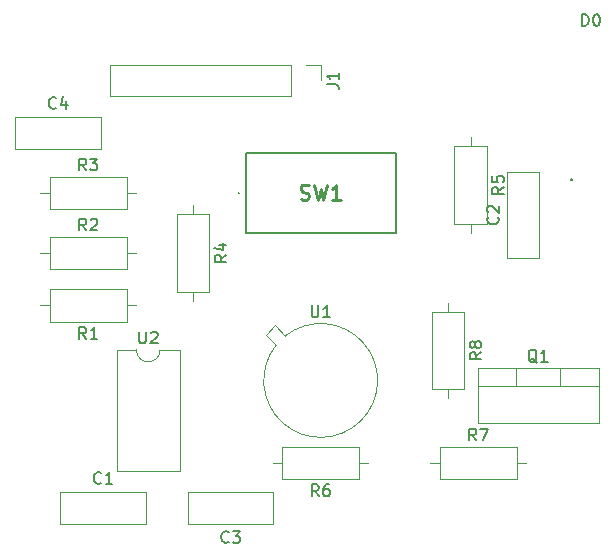
<source format=gbr>
%TF.GenerationSoftware,KiCad,Pcbnew,7.0.9*%
%TF.CreationDate,2023-12-06T14:48:21+01:00*%
%TF.ProjectId,Gas_Sensor,4761735f-5365-46e7-936f-722e6b696361,rev?*%
%TF.SameCoordinates,Original*%
%TF.FileFunction,Legend,Top*%
%TF.FilePolarity,Positive*%
%FSLAX46Y46*%
G04 Gerber Fmt 4.6, Leading zero omitted, Abs format (unit mm)*
G04 Created by KiCad (PCBNEW 7.0.9) date 2023-12-06 14:48:21*
%MOMM*%
%LPD*%
G01*
G04 APERTURE LIST*
%ADD10C,0.150000*%
%ADD11C,0.254000*%
%ADD12C,0.120000*%
%ADD13C,0.100000*%
%ADD14C,0.200000*%
G04 APERTURE END LIST*
D10*
X68458095Y-45069819D02*
X68458095Y-45879342D01*
X68458095Y-45879342D02*
X68505714Y-45974580D01*
X68505714Y-45974580D02*
X68553333Y-46022200D01*
X68553333Y-46022200D02*
X68648571Y-46069819D01*
X68648571Y-46069819D02*
X68839047Y-46069819D01*
X68839047Y-46069819D02*
X68934285Y-46022200D01*
X68934285Y-46022200D02*
X68981904Y-45974580D01*
X68981904Y-45974580D02*
X69029523Y-45879342D01*
X69029523Y-45879342D02*
X69029523Y-45069819D01*
X70029523Y-46069819D02*
X69458095Y-46069819D01*
X69743809Y-46069819D02*
X69743809Y-45069819D01*
X69743809Y-45069819D02*
X69648571Y-45212676D01*
X69648571Y-45212676D02*
X69553333Y-45307914D01*
X69553333Y-45307914D02*
X69458095Y-45355533D01*
X61428333Y-65089580D02*
X61380714Y-65137200D01*
X61380714Y-65137200D02*
X61237857Y-65184819D01*
X61237857Y-65184819D02*
X61142619Y-65184819D01*
X61142619Y-65184819D02*
X60999762Y-65137200D01*
X60999762Y-65137200D02*
X60904524Y-65041961D01*
X60904524Y-65041961D02*
X60856905Y-64946723D01*
X60856905Y-64946723D02*
X60809286Y-64756247D01*
X60809286Y-64756247D02*
X60809286Y-64613390D01*
X60809286Y-64613390D02*
X60856905Y-64422914D01*
X60856905Y-64422914D02*
X60904524Y-64327676D01*
X60904524Y-64327676D02*
X60999762Y-64232438D01*
X60999762Y-64232438D02*
X61142619Y-64184819D01*
X61142619Y-64184819D02*
X61237857Y-64184819D01*
X61237857Y-64184819D02*
X61380714Y-64232438D01*
X61380714Y-64232438D02*
X61428333Y-64280057D01*
X61761667Y-64184819D02*
X62380714Y-64184819D01*
X62380714Y-64184819D02*
X62047381Y-64565771D01*
X62047381Y-64565771D02*
X62190238Y-64565771D01*
X62190238Y-64565771D02*
X62285476Y-64613390D01*
X62285476Y-64613390D02*
X62333095Y-64661009D01*
X62333095Y-64661009D02*
X62380714Y-64756247D01*
X62380714Y-64756247D02*
X62380714Y-64994342D01*
X62380714Y-64994342D02*
X62333095Y-65089580D01*
X62333095Y-65089580D02*
X62285476Y-65137200D01*
X62285476Y-65137200D02*
X62190238Y-65184819D01*
X62190238Y-65184819D02*
X61904524Y-65184819D01*
X61904524Y-65184819D02*
X61809286Y-65137200D01*
X61809286Y-65137200D02*
X61761667Y-65089580D01*
X49363333Y-38724819D02*
X49030000Y-38248628D01*
X48791905Y-38724819D02*
X48791905Y-37724819D01*
X48791905Y-37724819D02*
X49172857Y-37724819D01*
X49172857Y-37724819D02*
X49268095Y-37772438D01*
X49268095Y-37772438D02*
X49315714Y-37820057D01*
X49315714Y-37820057D02*
X49363333Y-37915295D01*
X49363333Y-37915295D02*
X49363333Y-38058152D01*
X49363333Y-38058152D02*
X49315714Y-38153390D01*
X49315714Y-38153390D02*
X49268095Y-38201009D01*
X49268095Y-38201009D02*
X49172857Y-38248628D01*
X49172857Y-38248628D02*
X48791905Y-38248628D01*
X49744286Y-37820057D02*
X49791905Y-37772438D01*
X49791905Y-37772438D02*
X49887143Y-37724819D01*
X49887143Y-37724819D02*
X50125238Y-37724819D01*
X50125238Y-37724819D02*
X50220476Y-37772438D01*
X50220476Y-37772438D02*
X50268095Y-37820057D01*
X50268095Y-37820057D02*
X50315714Y-37915295D01*
X50315714Y-37915295D02*
X50315714Y-38010533D01*
X50315714Y-38010533D02*
X50268095Y-38153390D01*
X50268095Y-38153390D02*
X49696667Y-38724819D01*
X49696667Y-38724819D02*
X50315714Y-38724819D01*
X49363333Y-47909819D02*
X49030000Y-47433628D01*
X48791905Y-47909819D02*
X48791905Y-46909819D01*
X48791905Y-46909819D02*
X49172857Y-46909819D01*
X49172857Y-46909819D02*
X49268095Y-46957438D01*
X49268095Y-46957438D02*
X49315714Y-47005057D01*
X49315714Y-47005057D02*
X49363333Y-47100295D01*
X49363333Y-47100295D02*
X49363333Y-47243152D01*
X49363333Y-47243152D02*
X49315714Y-47338390D01*
X49315714Y-47338390D02*
X49268095Y-47386009D01*
X49268095Y-47386009D02*
X49172857Y-47433628D01*
X49172857Y-47433628D02*
X48791905Y-47433628D01*
X50315714Y-47909819D02*
X49744286Y-47909819D01*
X50030000Y-47909819D02*
X50030000Y-46909819D01*
X50030000Y-46909819D02*
X49934762Y-47052676D01*
X49934762Y-47052676D02*
X49839524Y-47147914D01*
X49839524Y-47147914D02*
X49744286Y-47195533D01*
X87534761Y-49930057D02*
X87439523Y-49882438D01*
X87439523Y-49882438D02*
X87344285Y-49787200D01*
X87344285Y-49787200D02*
X87201428Y-49644342D01*
X87201428Y-49644342D02*
X87106190Y-49596723D01*
X87106190Y-49596723D02*
X87010952Y-49596723D01*
X87058571Y-49834819D02*
X86963333Y-49787200D01*
X86963333Y-49787200D02*
X86868095Y-49691961D01*
X86868095Y-49691961D02*
X86820476Y-49501485D01*
X86820476Y-49501485D02*
X86820476Y-49168152D01*
X86820476Y-49168152D02*
X86868095Y-48977676D01*
X86868095Y-48977676D02*
X86963333Y-48882438D01*
X86963333Y-48882438D02*
X87058571Y-48834819D01*
X87058571Y-48834819D02*
X87249047Y-48834819D01*
X87249047Y-48834819D02*
X87344285Y-48882438D01*
X87344285Y-48882438D02*
X87439523Y-48977676D01*
X87439523Y-48977676D02*
X87487142Y-49168152D01*
X87487142Y-49168152D02*
X87487142Y-49501485D01*
X87487142Y-49501485D02*
X87439523Y-49691961D01*
X87439523Y-49691961D02*
X87344285Y-49787200D01*
X87344285Y-49787200D02*
X87249047Y-49834819D01*
X87249047Y-49834819D02*
X87058571Y-49834819D01*
X88439523Y-49834819D02*
X87868095Y-49834819D01*
X88153809Y-49834819D02*
X88153809Y-48834819D01*
X88153809Y-48834819D02*
X88058571Y-48977676D01*
X88058571Y-48977676D02*
X87963333Y-49072914D01*
X87963333Y-49072914D02*
X87868095Y-49120533D01*
X69048333Y-61244819D02*
X68715000Y-60768628D01*
X68476905Y-61244819D02*
X68476905Y-60244819D01*
X68476905Y-60244819D02*
X68857857Y-60244819D01*
X68857857Y-60244819D02*
X68953095Y-60292438D01*
X68953095Y-60292438D02*
X69000714Y-60340057D01*
X69000714Y-60340057D02*
X69048333Y-60435295D01*
X69048333Y-60435295D02*
X69048333Y-60578152D01*
X69048333Y-60578152D02*
X69000714Y-60673390D01*
X69000714Y-60673390D02*
X68953095Y-60721009D01*
X68953095Y-60721009D02*
X68857857Y-60768628D01*
X68857857Y-60768628D02*
X68476905Y-60768628D01*
X69905476Y-60244819D02*
X69715000Y-60244819D01*
X69715000Y-60244819D02*
X69619762Y-60292438D01*
X69619762Y-60292438D02*
X69572143Y-60340057D01*
X69572143Y-60340057D02*
X69476905Y-60482914D01*
X69476905Y-60482914D02*
X69429286Y-60673390D01*
X69429286Y-60673390D02*
X69429286Y-61054342D01*
X69429286Y-61054342D02*
X69476905Y-61149580D01*
X69476905Y-61149580D02*
X69524524Y-61197200D01*
X69524524Y-61197200D02*
X69619762Y-61244819D01*
X69619762Y-61244819D02*
X69810238Y-61244819D01*
X69810238Y-61244819D02*
X69905476Y-61197200D01*
X69905476Y-61197200D02*
X69953095Y-61149580D01*
X69953095Y-61149580D02*
X70000714Y-61054342D01*
X70000714Y-61054342D02*
X70000714Y-60816247D01*
X70000714Y-60816247D02*
X69953095Y-60721009D01*
X69953095Y-60721009D02*
X69905476Y-60673390D01*
X69905476Y-60673390D02*
X69810238Y-60625771D01*
X69810238Y-60625771D02*
X69619762Y-60625771D01*
X69619762Y-60625771D02*
X69524524Y-60673390D01*
X69524524Y-60673390D02*
X69476905Y-60721009D01*
X69476905Y-60721009D02*
X69429286Y-60816247D01*
X82383333Y-56504819D02*
X82050000Y-56028628D01*
X81811905Y-56504819D02*
X81811905Y-55504819D01*
X81811905Y-55504819D02*
X82192857Y-55504819D01*
X82192857Y-55504819D02*
X82288095Y-55552438D01*
X82288095Y-55552438D02*
X82335714Y-55600057D01*
X82335714Y-55600057D02*
X82383333Y-55695295D01*
X82383333Y-55695295D02*
X82383333Y-55838152D01*
X82383333Y-55838152D02*
X82335714Y-55933390D01*
X82335714Y-55933390D02*
X82288095Y-55981009D01*
X82288095Y-55981009D02*
X82192857Y-56028628D01*
X82192857Y-56028628D02*
X81811905Y-56028628D01*
X82716667Y-55504819D02*
X83383333Y-55504819D01*
X83383333Y-55504819D02*
X82954762Y-56504819D01*
X82834819Y-49061666D02*
X82358628Y-49394999D01*
X82834819Y-49633094D02*
X81834819Y-49633094D01*
X81834819Y-49633094D02*
X81834819Y-49252142D01*
X81834819Y-49252142D02*
X81882438Y-49156904D01*
X81882438Y-49156904D02*
X81930057Y-49109285D01*
X81930057Y-49109285D02*
X82025295Y-49061666D01*
X82025295Y-49061666D02*
X82168152Y-49061666D01*
X82168152Y-49061666D02*
X82263390Y-49109285D01*
X82263390Y-49109285D02*
X82311009Y-49156904D01*
X82311009Y-49156904D02*
X82358628Y-49252142D01*
X82358628Y-49252142D02*
X82358628Y-49633094D01*
X82263390Y-48490237D02*
X82215771Y-48585475D01*
X82215771Y-48585475D02*
X82168152Y-48633094D01*
X82168152Y-48633094D02*
X82072914Y-48680713D01*
X82072914Y-48680713D02*
X82025295Y-48680713D01*
X82025295Y-48680713D02*
X81930057Y-48633094D01*
X81930057Y-48633094D02*
X81882438Y-48585475D01*
X81882438Y-48585475D02*
X81834819Y-48490237D01*
X81834819Y-48490237D02*
X81834819Y-48299761D01*
X81834819Y-48299761D02*
X81882438Y-48204523D01*
X81882438Y-48204523D02*
X81930057Y-48156904D01*
X81930057Y-48156904D02*
X82025295Y-48109285D01*
X82025295Y-48109285D02*
X82072914Y-48109285D01*
X82072914Y-48109285D02*
X82168152Y-48156904D01*
X82168152Y-48156904D02*
X82215771Y-48204523D01*
X82215771Y-48204523D02*
X82263390Y-48299761D01*
X82263390Y-48299761D02*
X82263390Y-48490237D01*
X82263390Y-48490237D02*
X82311009Y-48585475D01*
X82311009Y-48585475D02*
X82358628Y-48633094D01*
X82358628Y-48633094D02*
X82453866Y-48680713D01*
X82453866Y-48680713D02*
X82644342Y-48680713D01*
X82644342Y-48680713D02*
X82739580Y-48633094D01*
X82739580Y-48633094D02*
X82787200Y-48585475D01*
X82787200Y-48585475D02*
X82834819Y-48490237D01*
X82834819Y-48490237D02*
X82834819Y-48299761D01*
X82834819Y-48299761D02*
X82787200Y-48204523D01*
X82787200Y-48204523D02*
X82739580Y-48156904D01*
X82739580Y-48156904D02*
X82644342Y-48109285D01*
X82644342Y-48109285D02*
X82453866Y-48109285D01*
X82453866Y-48109285D02*
X82358628Y-48156904D01*
X82358628Y-48156904D02*
X82311009Y-48204523D01*
X82311009Y-48204523D02*
X82263390Y-48299761D01*
X69729819Y-26368333D02*
X70444104Y-26368333D01*
X70444104Y-26368333D02*
X70586961Y-26415952D01*
X70586961Y-26415952D02*
X70682200Y-26511190D01*
X70682200Y-26511190D02*
X70729819Y-26654047D01*
X70729819Y-26654047D02*
X70729819Y-26749285D01*
X70729819Y-25368333D02*
X70729819Y-25939761D01*
X70729819Y-25654047D02*
X69729819Y-25654047D01*
X69729819Y-25654047D02*
X69872676Y-25749285D01*
X69872676Y-25749285D02*
X69967914Y-25844523D01*
X69967914Y-25844523D02*
X70015533Y-25939761D01*
X61244819Y-40806666D02*
X60768628Y-41139999D01*
X61244819Y-41378094D02*
X60244819Y-41378094D01*
X60244819Y-41378094D02*
X60244819Y-40997142D01*
X60244819Y-40997142D02*
X60292438Y-40901904D01*
X60292438Y-40901904D02*
X60340057Y-40854285D01*
X60340057Y-40854285D02*
X60435295Y-40806666D01*
X60435295Y-40806666D02*
X60578152Y-40806666D01*
X60578152Y-40806666D02*
X60673390Y-40854285D01*
X60673390Y-40854285D02*
X60721009Y-40901904D01*
X60721009Y-40901904D02*
X60768628Y-40997142D01*
X60768628Y-40997142D02*
X60768628Y-41378094D01*
X60578152Y-39949523D02*
X61244819Y-39949523D01*
X60197200Y-40187618D02*
X60911485Y-40425713D01*
X60911485Y-40425713D02*
X60911485Y-39806666D01*
D11*
X67521666Y-36073842D02*
X67703095Y-36134318D01*
X67703095Y-36134318D02*
X68005476Y-36134318D01*
X68005476Y-36134318D02*
X68126428Y-36073842D01*
X68126428Y-36073842D02*
X68186904Y-36013365D01*
X68186904Y-36013365D02*
X68247381Y-35892413D01*
X68247381Y-35892413D02*
X68247381Y-35771461D01*
X68247381Y-35771461D02*
X68186904Y-35650508D01*
X68186904Y-35650508D02*
X68126428Y-35590032D01*
X68126428Y-35590032D02*
X68005476Y-35529556D01*
X68005476Y-35529556D02*
X67763571Y-35469080D01*
X67763571Y-35469080D02*
X67642619Y-35408603D01*
X67642619Y-35408603D02*
X67582142Y-35348127D01*
X67582142Y-35348127D02*
X67521666Y-35227175D01*
X67521666Y-35227175D02*
X67521666Y-35106222D01*
X67521666Y-35106222D02*
X67582142Y-34985270D01*
X67582142Y-34985270D02*
X67642619Y-34924794D01*
X67642619Y-34924794D02*
X67763571Y-34864318D01*
X67763571Y-34864318D02*
X68065952Y-34864318D01*
X68065952Y-34864318D02*
X68247381Y-34924794D01*
X68670714Y-34864318D02*
X68973095Y-36134318D01*
X68973095Y-36134318D02*
X69215000Y-35227175D01*
X69215000Y-35227175D02*
X69456905Y-36134318D01*
X69456905Y-36134318D02*
X69759286Y-34864318D01*
X70908334Y-36134318D02*
X70182619Y-36134318D01*
X70545476Y-36134318D02*
X70545476Y-34864318D01*
X70545476Y-34864318D02*
X70424524Y-35045746D01*
X70424524Y-35045746D02*
X70303572Y-35166699D01*
X70303572Y-35166699D02*
X70182619Y-35227175D01*
D10*
X91336905Y-21409819D02*
X91336905Y-20409819D01*
X91336905Y-20409819D02*
X91575000Y-20409819D01*
X91575000Y-20409819D02*
X91717857Y-20457438D01*
X91717857Y-20457438D02*
X91813095Y-20552676D01*
X91813095Y-20552676D02*
X91860714Y-20647914D01*
X91860714Y-20647914D02*
X91908333Y-20838390D01*
X91908333Y-20838390D02*
X91908333Y-20981247D01*
X91908333Y-20981247D02*
X91860714Y-21171723D01*
X91860714Y-21171723D02*
X91813095Y-21266961D01*
X91813095Y-21266961D02*
X91717857Y-21362200D01*
X91717857Y-21362200D02*
X91575000Y-21409819D01*
X91575000Y-21409819D02*
X91336905Y-21409819D01*
X92527381Y-20409819D02*
X92622619Y-20409819D01*
X92622619Y-20409819D02*
X92717857Y-20457438D01*
X92717857Y-20457438D02*
X92765476Y-20505057D01*
X92765476Y-20505057D02*
X92813095Y-20600295D01*
X92813095Y-20600295D02*
X92860714Y-20790771D01*
X92860714Y-20790771D02*
X92860714Y-21028866D01*
X92860714Y-21028866D02*
X92813095Y-21219342D01*
X92813095Y-21219342D02*
X92765476Y-21314580D01*
X92765476Y-21314580D02*
X92717857Y-21362200D01*
X92717857Y-21362200D02*
X92622619Y-21409819D01*
X92622619Y-21409819D02*
X92527381Y-21409819D01*
X92527381Y-21409819D02*
X92432143Y-21362200D01*
X92432143Y-21362200D02*
X92384524Y-21314580D01*
X92384524Y-21314580D02*
X92336905Y-21219342D01*
X92336905Y-21219342D02*
X92289286Y-21028866D01*
X92289286Y-21028866D02*
X92289286Y-20790771D01*
X92289286Y-20790771D02*
X92336905Y-20600295D01*
X92336905Y-20600295D02*
X92384524Y-20505057D01*
X92384524Y-20505057D02*
X92432143Y-20457438D01*
X92432143Y-20457438D02*
X92527381Y-20409819D01*
X90424000Y-34395580D02*
X90471619Y-34443200D01*
X90471619Y-34443200D02*
X90424000Y-34490819D01*
X90424000Y-34490819D02*
X90376381Y-34443200D01*
X90376381Y-34443200D02*
X90424000Y-34395580D01*
X90424000Y-34395580D02*
X90424000Y-34490819D01*
X50633333Y-60089580D02*
X50585714Y-60137200D01*
X50585714Y-60137200D02*
X50442857Y-60184819D01*
X50442857Y-60184819D02*
X50347619Y-60184819D01*
X50347619Y-60184819D02*
X50204762Y-60137200D01*
X50204762Y-60137200D02*
X50109524Y-60041961D01*
X50109524Y-60041961D02*
X50061905Y-59946723D01*
X50061905Y-59946723D02*
X50014286Y-59756247D01*
X50014286Y-59756247D02*
X50014286Y-59613390D01*
X50014286Y-59613390D02*
X50061905Y-59422914D01*
X50061905Y-59422914D02*
X50109524Y-59327676D01*
X50109524Y-59327676D02*
X50204762Y-59232438D01*
X50204762Y-59232438D02*
X50347619Y-59184819D01*
X50347619Y-59184819D02*
X50442857Y-59184819D01*
X50442857Y-59184819D02*
X50585714Y-59232438D01*
X50585714Y-59232438D02*
X50633333Y-59280057D01*
X51585714Y-60184819D02*
X51014286Y-60184819D01*
X51300000Y-60184819D02*
X51300000Y-59184819D01*
X51300000Y-59184819D02*
X51204762Y-59327676D01*
X51204762Y-59327676D02*
X51109524Y-59422914D01*
X51109524Y-59422914D02*
X51014286Y-59470533D01*
X49363333Y-33644819D02*
X49030000Y-33168628D01*
X48791905Y-33644819D02*
X48791905Y-32644819D01*
X48791905Y-32644819D02*
X49172857Y-32644819D01*
X49172857Y-32644819D02*
X49268095Y-32692438D01*
X49268095Y-32692438D02*
X49315714Y-32740057D01*
X49315714Y-32740057D02*
X49363333Y-32835295D01*
X49363333Y-32835295D02*
X49363333Y-32978152D01*
X49363333Y-32978152D02*
X49315714Y-33073390D01*
X49315714Y-33073390D02*
X49268095Y-33121009D01*
X49268095Y-33121009D02*
X49172857Y-33168628D01*
X49172857Y-33168628D02*
X48791905Y-33168628D01*
X49696667Y-32644819D02*
X50315714Y-32644819D01*
X50315714Y-32644819D02*
X49982381Y-33025771D01*
X49982381Y-33025771D02*
X50125238Y-33025771D01*
X50125238Y-33025771D02*
X50220476Y-33073390D01*
X50220476Y-33073390D02*
X50268095Y-33121009D01*
X50268095Y-33121009D02*
X50315714Y-33216247D01*
X50315714Y-33216247D02*
X50315714Y-33454342D01*
X50315714Y-33454342D02*
X50268095Y-33549580D01*
X50268095Y-33549580D02*
X50220476Y-33597200D01*
X50220476Y-33597200D02*
X50125238Y-33644819D01*
X50125238Y-33644819D02*
X49839524Y-33644819D01*
X49839524Y-33644819D02*
X49744286Y-33597200D01*
X49744286Y-33597200D02*
X49696667Y-33549580D01*
X84219580Y-37591666D02*
X84267200Y-37639285D01*
X84267200Y-37639285D02*
X84314819Y-37782142D01*
X84314819Y-37782142D02*
X84314819Y-37877380D01*
X84314819Y-37877380D02*
X84267200Y-38020237D01*
X84267200Y-38020237D02*
X84171961Y-38115475D01*
X84171961Y-38115475D02*
X84076723Y-38163094D01*
X84076723Y-38163094D02*
X83886247Y-38210713D01*
X83886247Y-38210713D02*
X83743390Y-38210713D01*
X83743390Y-38210713D02*
X83552914Y-38163094D01*
X83552914Y-38163094D02*
X83457676Y-38115475D01*
X83457676Y-38115475D02*
X83362438Y-38020237D01*
X83362438Y-38020237D02*
X83314819Y-37877380D01*
X83314819Y-37877380D02*
X83314819Y-37782142D01*
X83314819Y-37782142D02*
X83362438Y-37639285D01*
X83362438Y-37639285D02*
X83410057Y-37591666D01*
X83410057Y-37210713D02*
X83362438Y-37163094D01*
X83362438Y-37163094D02*
X83314819Y-37067856D01*
X83314819Y-37067856D02*
X83314819Y-36829761D01*
X83314819Y-36829761D02*
X83362438Y-36734523D01*
X83362438Y-36734523D02*
X83410057Y-36686904D01*
X83410057Y-36686904D02*
X83505295Y-36639285D01*
X83505295Y-36639285D02*
X83600533Y-36639285D01*
X83600533Y-36639285D02*
X83743390Y-36686904D01*
X83743390Y-36686904D02*
X84314819Y-37258332D01*
X84314819Y-37258332D02*
X84314819Y-36639285D01*
X84739819Y-35051666D02*
X84263628Y-35384999D01*
X84739819Y-35623094D02*
X83739819Y-35623094D01*
X83739819Y-35623094D02*
X83739819Y-35242142D01*
X83739819Y-35242142D02*
X83787438Y-35146904D01*
X83787438Y-35146904D02*
X83835057Y-35099285D01*
X83835057Y-35099285D02*
X83930295Y-35051666D01*
X83930295Y-35051666D02*
X84073152Y-35051666D01*
X84073152Y-35051666D02*
X84168390Y-35099285D01*
X84168390Y-35099285D02*
X84216009Y-35146904D01*
X84216009Y-35146904D02*
X84263628Y-35242142D01*
X84263628Y-35242142D02*
X84263628Y-35623094D01*
X83739819Y-34146904D02*
X83739819Y-34623094D01*
X83739819Y-34623094D02*
X84216009Y-34670713D01*
X84216009Y-34670713D02*
X84168390Y-34623094D01*
X84168390Y-34623094D02*
X84120771Y-34527856D01*
X84120771Y-34527856D02*
X84120771Y-34289761D01*
X84120771Y-34289761D02*
X84168390Y-34194523D01*
X84168390Y-34194523D02*
X84216009Y-34146904D01*
X84216009Y-34146904D02*
X84311247Y-34099285D01*
X84311247Y-34099285D02*
X84549342Y-34099285D01*
X84549342Y-34099285D02*
X84644580Y-34146904D01*
X84644580Y-34146904D02*
X84692200Y-34194523D01*
X84692200Y-34194523D02*
X84739819Y-34289761D01*
X84739819Y-34289761D02*
X84739819Y-34527856D01*
X84739819Y-34527856D02*
X84692200Y-34623094D01*
X84692200Y-34623094D02*
X84644580Y-34670713D01*
X46823333Y-28339580D02*
X46775714Y-28387200D01*
X46775714Y-28387200D02*
X46632857Y-28434819D01*
X46632857Y-28434819D02*
X46537619Y-28434819D01*
X46537619Y-28434819D02*
X46394762Y-28387200D01*
X46394762Y-28387200D02*
X46299524Y-28291961D01*
X46299524Y-28291961D02*
X46251905Y-28196723D01*
X46251905Y-28196723D02*
X46204286Y-28006247D01*
X46204286Y-28006247D02*
X46204286Y-27863390D01*
X46204286Y-27863390D02*
X46251905Y-27672914D01*
X46251905Y-27672914D02*
X46299524Y-27577676D01*
X46299524Y-27577676D02*
X46394762Y-27482438D01*
X46394762Y-27482438D02*
X46537619Y-27434819D01*
X46537619Y-27434819D02*
X46632857Y-27434819D01*
X46632857Y-27434819D02*
X46775714Y-27482438D01*
X46775714Y-27482438D02*
X46823333Y-27530057D01*
X47680476Y-27768152D02*
X47680476Y-28434819D01*
X47442381Y-27387200D02*
X47204286Y-28101485D01*
X47204286Y-28101485D02*
X47823333Y-28101485D01*
X53858095Y-47299819D02*
X53858095Y-48109342D01*
X53858095Y-48109342D02*
X53905714Y-48204580D01*
X53905714Y-48204580D02*
X53953333Y-48252200D01*
X53953333Y-48252200D02*
X54048571Y-48299819D01*
X54048571Y-48299819D02*
X54239047Y-48299819D01*
X54239047Y-48299819D02*
X54334285Y-48252200D01*
X54334285Y-48252200D02*
X54381904Y-48204580D01*
X54381904Y-48204580D02*
X54429523Y-48109342D01*
X54429523Y-48109342D02*
X54429523Y-47299819D01*
X54858095Y-47395057D02*
X54905714Y-47347438D01*
X54905714Y-47347438D02*
X55000952Y-47299819D01*
X55000952Y-47299819D02*
X55239047Y-47299819D01*
X55239047Y-47299819D02*
X55334285Y-47347438D01*
X55334285Y-47347438D02*
X55381904Y-47395057D01*
X55381904Y-47395057D02*
X55429523Y-47490295D01*
X55429523Y-47490295D02*
X55429523Y-47585533D01*
X55429523Y-47585533D02*
X55381904Y-47728390D01*
X55381904Y-47728390D02*
X54810476Y-48299819D01*
X54810476Y-48299819D02*
X55429523Y-48299819D01*
D12*
%TO.C,U1*%
X64554144Y-47546961D02*
X65445098Y-48437916D01*
X65331961Y-46769144D02*
X64554144Y-47546961D01*
X66222916Y-47660098D02*
X65331961Y-46769144D01*
X65445327Y-48437629D02*
G75*
G03*
X66222916Y-47660099I3774673J-2997371D01*
G01*
%TO.C,C3*%
X65215000Y-63600000D02*
X65215000Y-60860000D01*
X65215000Y-63600000D02*
X57975000Y-63600000D01*
X65215000Y-60860000D02*
X57975000Y-60860000D01*
X57975000Y-63600000D02*
X57975000Y-60860000D01*
%TO.C,R2*%
X45490000Y-40640000D02*
X46260000Y-40640000D01*
X46260000Y-39270000D02*
X46260000Y-42010000D01*
X46260000Y-42010000D02*
X52800000Y-42010000D01*
X52800000Y-39270000D02*
X46260000Y-39270000D01*
X52800000Y-42010000D02*
X52800000Y-39270000D01*
X53570000Y-40640000D02*
X52800000Y-40640000D01*
%TO.C,R1*%
X53570000Y-45085000D02*
X52800000Y-45085000D01*
X52800000Y-46455000D02*
X52800000Y-43715000D01*
X52800000Y-43715000D02*
X46260000Y-43715000D01*
X46260000Y-46455000D02*
X52800000Y-46455000D01*
X46260000Y-43715000D02*
X46260000Y-46455000D01*
X45490000Y-45085000D02*
X46260000Y-45085000D01*
%TO.C,Q1*%
X82510000Y-50380000D02*
X82510000Y-55021000D01*
X82510000Y-50380000D02*
X92750000Y-50380000D01*
X82510000Y-51890000D02*
X92750000Y-51890000D01*
X82510000Y-55021000D02*
X92750000Y-55021000D01*
X85780000Y-50380000D02*
X85780000Y-51890000D01*
X89481000Y-50380000D02*
X89481000Y-51890000D01*
X92750000Y-50380000D02*
X92750000Y-55021000D01*
%TO.C,R6*%
X73255000Y-58420000D02*
X72485000Y-58420000D01*
X72485000Y-59790000D02*
X72485000Y-57050000D01*
X72485000Y-57050000D02*
X65945000Y-57050000D01*
X65945000Y-59790000D02*
X72485000Y-59790000D01*
X65945000Y-57050000D02*
X65945000Y-59790000D01*
X65175000Y-58420000D02*
X65945000Y-58420000D01*
%TO.C,R7*%
X78510000Y-58420000D02*
X79280000Y-58420000D01*
X79280000Y-57050000D02*
X79280000Y-59790000D01*
X79280000Y-59790000D02*
X85820000Y-59790000D01*
X85820000Y-57050000D02*
X79280000Y-57050000D01*
X85820000Y-59790000D02*
X85820000Y-57050000D01*
X86590000Y-58420000D02*
X85820000Y-58420000D01*
%TO.C,R8*%
X80010000Y-44855000D02*
X80010000Y-45625000D01*
X81380000Y-45625000D02*
X78640000Y-45625000D01*
X78640000Y-45625000D02*
X78640000Y-52165000D01*
X81380000Y-52165000D02*
X81380000Y-45625000D01*
X78640000Y-52165000D02*
X81380000Y-52165000D01*
X80010000Y-52935000D02*
X80010000Y-52165000D01*
%TO.C,J1*%
X69275000Y-24705000D02*
X69275000Y-26035000D01*
X67945000Y-24705000D02*
X69275000Y-24705000D01*
X66675000Y-24705000D02*
X51375000Y-24705000D01*
X66675000Y-24705000D02*
X66675000Y-27365000D01*
X51375000Y-24705000D02*
X51375000Y-27365000D01*
X66675000Y-27365000D02*
X51375000Y-27365000D01*
%TO.C,R4*%
X58420000Y-36600000D02*
X58420000Y-37370000D01*
X59790000Y-37370000D02*
X57050000Y-37370000D01*
X57050000Y-37370000D02*
X57050000Y-43910000D01*
X59790000Y-43910000D02*
X59790000Y-37370000D01*
X57050000Y-43910000D02*
X59790000Y-43910000D01*
X58420000Y-44680000D02*
X58420000Y-43910000D01*
D13*
%TO.C,SW1*%
X62215000Y-35560000D02*
X62215000Y-35560000D01*
X62315000Y-35560000D02*
X62315000Y-35560000D01*
D14*
X62865000Y-32160000D02*
X75565000Y-32160000D01*
X62865000Y-38960000D02*
X62865000Y-32160000D01*
X75565000Y-32160000D02*
X75565000Y-38960000D01*
X75565000Y-38960000D02*
X62865000Y-38960000D01*
D13*
X62315000Y-35560000D02*
G75*
G03*
X62215000Y-35560000I-50000J0D01*
G01*
X62215000Y-35560000D02*
G75*
G03*
X62315000Y-35560000I50000J0D01*
G01*
D12*
%TO.C,C1*%
X47180000Y-60860000D02*
X47180000Y-63600000D01*
X47180000Y-60860000D02*
X54420000Y-60860000D01*
X47180000Y-63600000D02*
X54420000Y-63600000D01*
X54420000Y-60860000D02*
X54420000Y-63600000D01*
%TO.C,R3*%
X45490000Y-35560000D02*
X46260000Y-35560000D01*
X46260000Y-34190000D02*
X46260000Y-36930000D01*
X46260000Y-36930000D02*
X52800000Y-36930000D01*
X52800000Y-34190000D02*
X46260000Y-34190000D01*
X52800000Y-36930000D02*
X52800000Y-34190000D01*
X53570000Y-35560000D02*
X52800000Y-35560000D01*
%TO.C,C2*%
X84990000Y-41045000D02*
X87730000Y-41045000D01*
X84990000Y-41045000D02*
X84990000Y-33805000D01*
X87730000Y-41045000D02*
X87730000Y-33805000D01*
X84990000Y-33805000D02*
X87730000Y-33805000D01*
%TO.C,R5*%
X81915000Y-30845000D02*
X81915000Y-31615000D01*
X83285000Y-31615000D02*
X80545000Y-31615000D01*
X80545000Y-31615000D02*
X80545000Y-38155000D01*
X83285000Y-38155000D02*
X83285000Y-31615000D01*
X80545000Y-38155000D02*
X83285000Y-38155000D01*
X81915000Y-38925000D02*
X81915000Y-38155000D01*
%TO.C,C4*%
X50610000Y-29110000D02*
X50610000Y-31850000D01*
X43370000Y-31850000D02*
X50610000Y-31850000D01*
X43370000Y-29110000D02*
X50610000Y-29110000D01*
X43370000Y-29110000D02*
X43370000Y-31850000D01*
%TO.C,U2*%
X51970000Y-48845000D02*
X51970000Y-59125000D01*
X51970000Y-59125000D02*
X57270000Y-59125000D01*
X53620000Y-48845000D02*
X51970000Y-48845000D01*
X57270000Y-48845000D02*
X55620000Y-48845000D01*
X57270000Y-59125000D02*
X57270000Y-48845000D01*
X53620000Y-48845000D02*
G75*
G03*
X55620000Y-48845000I1000000J0D01*
G01*
%TD*%
M02*

</source>
